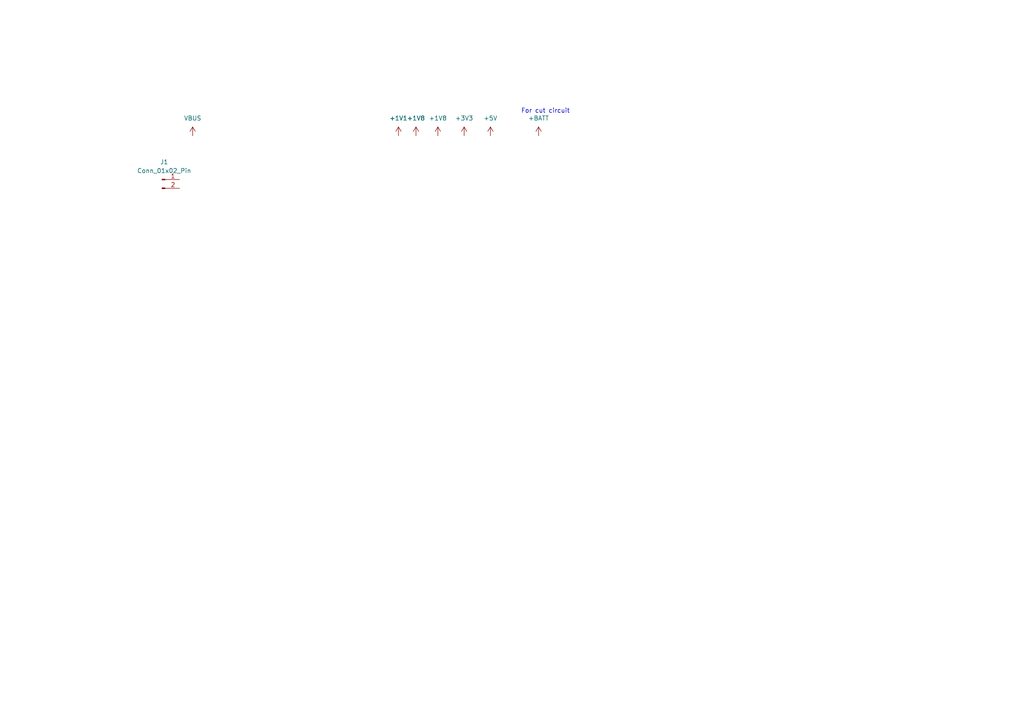
<source format=kicad_sch>
(kicad_sch (version 20230121) (generator eeschema)
  (paper "A4")
  (lib_symbols
    (symbol "Connector:Conn_01x02_Pin" (pin_names (offset 1.016) hide)
      (property "Reference" "J" (at 0 2.54 0))
      (property "Value" "Conn_01x02_Pin" (at 0 -5.08 0))
      (symbol "Conn_01x02_Pin_1_1"
        (polyline (pts (xy 1.27 -2.54) (xy 0.8636 -2.54)) (stroke (width 0.1524)))
        (polyline (pts (xy 1.27 0) (xy 0.8636 0)) (stroke (width 0.1524)))
        (rectangle (start 0.8636 -2.413) (end 0 -2.667) (stroke (width 0.1524)) (fill (type outline)))
        (rectangle (start 0.8636 0.127) (end 0 -0.127) (stroke (width 0.1524)) (fill (type outline)))
        (pin passive line (at 5.08 0 180) (length 3.81) (name "Pin_1") (number "1"))
        (pin passive line (at 5.08 -2.54 180) (length 3.81) (name "Pin_2") (number "2"))
      )
    )
    (symbol "power:+1V1" (power) (pin_names (offset 0))
      (property "Value" "+1V1" (at 0 3.556 0))
      (symbol "+1V1_0_1"
        (polyline (pts (xy -0.762 1.27) (xy 0 2.54)))
        (polyline (pts (xy 0 0) (xy 0 2.54)))
        (polyline (pts (xy 0 2.54) (xy 0.762 1.27)))
      )
      (symbol "+1V1_1_1"
        (pin power_in line (at 0 0 90) (length 0) hide (name "+1V1") (number "1"))
      )
    )
    (symbol "power:+1V8" (power) (pin_names (offset 0))
      (property "Value" "+1V8" (at 0 3.556 0))
      (symbol "+1V8_0_1"
        (polyline (pts (xy -0.762 1.27) (xy 0 2.54)))
        (polyline (pts (xy 0 0) (xy 0 2.54)))
        (polyline (pts (xy 0 2.54) (xy 0.762 1.27)))
      )
      (symbol "+1V8_1_1"
        (pin power_in line (at 0 0 90) (length 0) hide (name "+1V8") (number "1"))
      )
    )
    (symbol "power:+3V3" (power) (pin_names (offset 0))
      (property "Value" "+3V3" (at 0 3.556 0))
      (symbol "+3V3_0_1"
        (polyline (pts (xy -0.762 1.27) (xy 0 2.54)))
        (polyline (pts (xy 0 0) (xy 0 2.54)))
        (polyline (pts (xy 0 2.54) (xy 0.762 1.27)))
      )
      (symbol "+3V3_1_1"
        (pin power_in line (at 0 0 90) (length 0) hide (name "+3V3") (number "1"))
      )
    )
    (symbol "power:+5V" (power) (pin_names (offset 0))
      (property "Value" "+5V" (at 0 3.556 0))
      (symbol "+5V_0_1"
        (polyline (pts (xy -0.762 1.27) (xy 0 2.54)))
        (polyline (pts (xy 0 0) (xy 0 2.54)))
        (polyline (pts (xy 0 2.54) (xy 0.762 1.27)))
      )
      (symbol "+5V_1_1"
        (pin power_in line (at 0 0 90) (length 0) hide (name "+5V") (number "1"))
      )
    )
    (symbol "power:+BATT" (power) (pin_names (offset 0))
      (property "Value" "+BATT" (at 0 3.556 0))
      (symbol "+BATT_0_1"
        (polyline (pts (xy -0.762 1.27) (xy 0 2.54)))
        (polyline (pts (xy 0 0) (xy 0 2.54)))
        (polyline (pts (xy 0 2.54) (xy 0.762 1.27)))
      )
      (symbol "+BATT_1_1"
        (pin power_in line (at 0 0 90) (length 0) hide (name "+BATT") (number "1"))
      )
    )
    (symbol "power:VBUS" (power) (pin_names (offset 0))
      (property "Value" "VBUS" (at 0 3.81 0))
      (symbol "VBUS_0_1"
        (polyline (pts (xy -0.762 1.27) (xy 0 2.54)))
        (polyline (pts (xy 0 0) (xy 0 2.54)))
        (polyline (pts (xy 0 2.54) (xy 0.762 1.27)))
      )
      (symbol "VBUS_1_1"
        (pin power_in line (at 0 0 90) (length 0) hide (name "VBUS") (number "1"))
      )
    )
  )
  (text "For cut circuit" (at 151.13 33.02 0) (effects (font (size 1.27 1.27)) (justify left bottom)))
  (symbol (lib_id "power:+3V3") (at 134.62 39.37 0) (unit 1)
    (property "Reference" "#PWR01" (effects hide))
    (property "Value" "+3V3" (at 134.62 34.29 0))
  )
  (symbol (lib_id "power:+5V") (at 142.24 39.37 0) (unit 1)
    (property "Reference" "#PWR03" (effects hide))
    (property "Value" "+5V" (at 142.24 34.29 0))
  )
  (symbol (lib_id "power:+1V1") (at 115.57 39.37 0) (unit 1)
    (property "Reference" "#PWR05" (effects hide))
    (property "Value" "+1V1" (at 115.57 34.29 0))
  )
  (symbol (lib_id "power:VBUS") (at 55.88 39.37 0) (unit 1)
    (property "Reference" "#PWR07" (effects hide))
    (property "Value" "VBUS" (at 55.88 34.29 0))
  )
  (symbol (lib_id "power:+BATT") (at 156.21 39.37 0) (unit 1)
    (property "Reference" "#PWR02" (effects hide))
    (property "Value" "+BATT" (at 156.21 34.29 0))
  )
  (symbol (lib_id "power:+1V8") (at 127 39.37 0) (unit 1)
    (property "Reference" "#PWR04" (effects hide))
    (property "Value" "+1V8" (at 127 34.29 0))
  )
  (symbol (lib_id "Connector:Conn_01x02_Pin") (at 46.99 52.07 0) (unit 1)
    (property "Reference" "J1" (at 47.625 46.99 0))
    (property "Value" "Conn_01x02_Pin" (at 47.625 49.53 0))
  )
  (symbol (lib_id "power:+1V8") (at 120.65 39.37 0) (unit 1)
    (property "Reference" "#PWR06" (effects hide))
    (property "Value" "+1V8" (at 120.65 34.29 0))
  )
)
</source>
